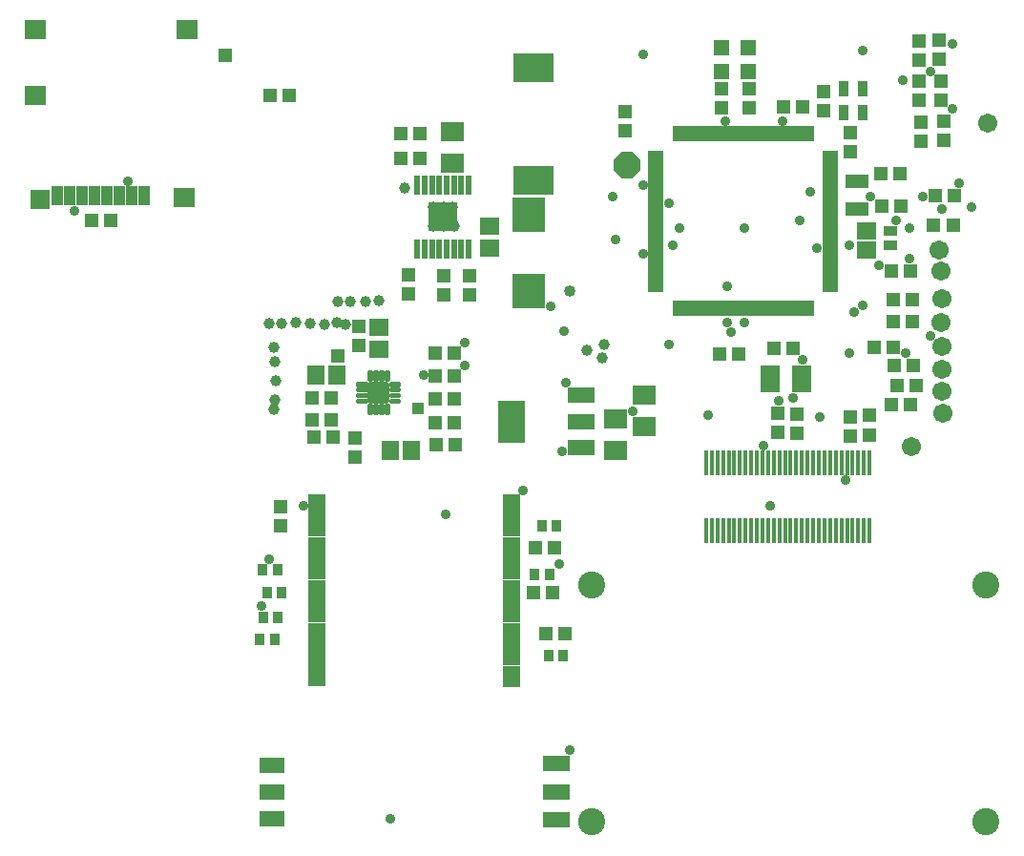
<source format=gts>
G75*
G70*
%OFA0B0*%
%FSLAX24Y24*%
%IPPOS*%
%LPD*%
%AMOC8*
5,1,8,0,0,1.08239X$1,22.5*
%
%ADD10R,0.0474X0.0513*%
%ADD11R,0.0513X0.0474*%
%ADD12C,0.0139*%
%ADD13C,0.0187*%
%ADD14R,0.0592X0.0671*%
%ADD15R,0.0671X0.0592*%
%ADD16R,0.0198X0.0671*%
%ADD17R,0.1049X0.1049*%
%ADD18R,0.0789X0.0710*%
%ADD19R,0.1419X0.1025*%
%ADD20R,0.1143X0.1241*%
%ADD21R,0.0960X0.0560*%
%ADD22R,0.0946X0.1497*%
%ADD23R,0.0710X0.0946*%
%ADD24R,0.0572X0.0552*%
%ADD25R,0.0552X0.0206*%
%ADD26R,0.0206X0.0552*%
%ADD27R,0.0480X0.0330*%
%ADD28R,0.0828X0.0513*%
%ADD29R,0.0330X0.0580*%
%ADD30OC8,0.0930*%
%ADD31C,0.0671*%
%ADD32R,0.0631X0.0730*%
%ADD33R,0.0356X0.0434*%
%ADD34R,0.0178X0.0867*%
%ADD35C,0.0946*%
%ADD36R,0.0946X0.0552*%
%ADD37R,0.0867X0.0552*%
%ADD38R,0.0749X0.0671*%
%ADD39R,0.0395X0.0671*%
%ADD40R,0.0671X0.0671*%
%ADD41C,0.0390*%
%ADD42C,0.0360*%
%ADD43R,0.0400X0.0400*%
%ADD44C,0.0400*%
%ADD45R,0.0476X0.0476*%
D10*
X022624Y010945D03*
X023293Y010945D03*
X022870Y012378D03*
X022201Y012378D03*
X022251Y013942D03*
X022921Y013942D03*
X019455Y017549D03*
X018786Y017549D03*
X018766Y018329D03*
X019435Y018329D03*
X019415Y019169D03*
X018746Y019169D03*
X018766Y019969D03*
X019435Y019969D03*
X019435Y020749D03*
X018766Y020749D03*
X015115Y019189D03*
X014446Y019189D03*
X014466Y018429D03*
X015135Y018429D03*
X015175Y017809D03*
X014506Y017809D03*
X028697Y020723D03*
X029366Y020723D03*
X030600Y020908D03*
X031269Y020908D03*
X034083Y020955D03*
X034752Y020955D03*
X034784Y020320D03*
X035453Y020320D03*
X035564Y019608D03*
X034894Y019608D03*
X034677Y018952D03*
X035346Y018952D03*
X035435Y021852D03*
X034766Y021852D03*
X034755Y022630D03*
X035424Y022630D03*
X035363Y023605D03*
X034694Y023605D03*
X036168Y025230D03*
X036838Y025230D03*
X036903Y026237D03*
X036233Y026237D03*
X035013Y025883D03*
X034343Y025883D03*
X034335Y027015D03*
X035004Y027015D03*
X031587Y029367D03*
X030917Y029367D03*
X018234Y028425D03*
X017564Y028425D03*
X017564Y027565D03*
X018234Y027565D03*
X013658Y029762D03*
X012988Y029762D03*
D11*
X007436Y025375D03*
X006767Y025375D03*
X016101Y021683D03*
X016101Y021014D03*
X017819Y022810D03*
X019059Y022770D03*
X019059Y023440D03*
X017819Y023480D03*
X019939Y023440D03*
X019939Y022770D03*
X030727Y018655D03*
X031392Y018619D03*
X030727Y017986D03*
X031392Y017950D03*
X033252Y017844D03*
X033934Y017901D03*
X033934Y018571D03*
X033252Y018513D03*
X015941Y017783D03*
X015941Y017114D03*
X013357Y015392D03*
X013357Y014722D03*
X033249Y027785D03*
X033249Y028454D03*
X032336Y029229D03*
X032336Y029899D03*
X029710Y030000D03*
X028765Y029995D03*
X028765Y029326D03*
X029710Y029331D03*
X025372Y029194D03*
X025372Y028525D03*
X035639Y029580D03*
X036434Y029579D03*
X036434Y030248D03*
X035639Y030250D03*
X035646Y030985D03*
X036353Y031016D03*
X036353Y031685D03*
X035646Y031655D03*
X035724Y028819D03*
X036537Y028858D03*
X036537Y028188D03*
X035724Y028149D03*
D12*
X017499Y019694D02*
X017223Y019694D01*
X017499Y019694D02*
X017499Y019634D01*
X017223Y019634D01*
X017223Y019694D01*
X017223Y019497D02*
X017499Y019497D01*
X017499Y019437D01*
X017223Y019437D01*
X017223Y019497D01*
X017223Y019300D02*
X017499Y019300D01*
X017499Y019240D01*
X017223Y019240D01*
X017223Y019300D01*
X017223Y019103D02*
X017499Y019103D01*
X017499Y019043D01*
X017223Y019043D01*
X017223Y019103D01*
X017106Y018926D02*
X017106Y018650D01*
X017046Y018650D01*
X017046Y018926D01*
X017106Y018926D01*
X017106Y018788D02*
X017046Y018788D01*
X017046Y018926D02*
X017106Y018926D01*
X016909Y018926D02*
X016909Y018650D01*
X016849Y018650D01*
X016849Y018926D01*
X016909Y018926D01*
X016909Y018788D02*
X016849Y018788D01*
X016849Y018926D02*
X016909Y018926D01*
X016712Y018926D02*
X016712Y018650D01*
X016652Y018650D01*
X016652Y018926D01*
X016712Y018926D01*
X016712Y018788D02*
X016652Y018788D01*
X016652Y018926D02*
X016712Y018926D01*
X016516Y018926D02*
X016516Y018650D01*
X016456Y018650D01*
X016456Y018926D01*
X016516Y018926D01*
X016516Y018788D02*
X016456Y018788D01*
X016456Y018926D02*
X016516Y018926D01*
X016338Y019043D02*
X016062Y019043D01*
X016062Y019103D01*
X016338Y019103D01*
X016338Y019043D01*
X016338Y019240D02*
X016062Y019240D01*
X016062Y019300D01*
X016338Y019300D01*
X016338Y019240D01*
X016338Y019437D02*
X016062Y019437D01*
X016062Y019497D01*
X016338Y019497D01*
X016338Y019437D01*
X016338Y019634D02*
X016062Y019634D01*
X016062Y019694D01*
X016338Y019694D01*
X016338Y019634D01*
X016456Y019811D02*
X016456Y020087D01*
X016516Y020087D01*
X016516Y019811D01*
X016456Y019811D01*
X016456Y019949D02*
X016516Y019949D01*
X016516Y020087D02*
X016456Y020087D01*
X016652Y020087D02*
X016652Y019811D01*
X016652Y020087D02*
X016712Y020087D01*
X016712Y019811D01*
X016652Y019811D01*
X016652Y019949D02*
X016712Y019949D01*
X016712Y020087D02*
X016652Y020087D01*
X016849Y020087D02*
X016849Y019811D01*
X016849Y020087D02*
X016909Y020087D01*
X016909Y019811D01*
X016849Y019811D01*
X016849Y019949D02*
X016909Y019949D01*
X016909Y020087D02*
X016849Y020087D01*
X017046Y020087D02*
X017046Y019811D01*
X017046Y020087D02*
X017106Y020087D01*
X017106Y019811D01*
X017046Y019811D01*
X017046Y019949D02*
X017106Y019949D01*
X017106Y020087D02*
X017046Y020087D01*
D13*
X017062Y019650D02*
X016500Y019650D01*
X017062Y019650D02*
X017062Y019088D01*
X016500Y019088D01*
X016500Y019650D01*
X016500Y019274D02*
X017062Y019274D01*
X017062Y019460D02*
X016500Y019460D01*
X016500Y019646D02*
X017062Y019646D01*
D14*
X015335Y019989D03*
X014587Y019989D03*
X017187Y017349D03*
X017935Y017349D03*
D15*
X016801Y020895D03*
X016801Y021643D03*
X020639Y024431D03*
X020639Y025179D03*
X033810Y025025D03*
X033810Y024356D03*
D16*
X019927Y024403D03*
X019671Y024403D03*
X019415Y024403D03*
X019159Y024403D03*
X018903Y024403D03*
X018647Y024403D03*
X018391Y024403D03*
X018135Y024403D03*
X018135Y026607D03*
X018391Y026607D03*
X018647Y026607D03*
X018903Y026607D03*
X019159Y026607D03*
X019415Y026607D03*
X019671Y026607D03*
X019927Y026607D03*
D17*
X019031Y025505D03*
D18*
X019359Y027394D03*
X019359Y028496D03*
X026069Y019278D03*
X025063Y018468D03*
X026069Y018176D03*
X025063Y017365D03*
D19*
X022179Y026776D03*
X022179Y030713D03*
D20*
X022019Y025594D03*
X022019Y022936D03*
D21*
X023859Y019272D03*
X023859Y018362D03*
X023859Y017452D03*
D22*
X021418Y018362D03*
D23*
X030438Y019847D03*
X031540Y019847D03*
D24*
X029694Y030588D03*
X028750Y030595D03*
X028750Y031422D03*
X029694Y031415D03*
D25*
X032564Y027721D03*
X032564Y027524D03*
X032564Y027327D03*
X032564Y027130D03*
X032564Y026933D03*
X032564Y026736D03*
X032564Y026539D03*
X032564Y026343D03*
X032564Y026146D03*
X032564Y025949D03*
X032564Y025752D03*
X032564Y025555D03*
X032564Y025358D03*
X032564Y025162D03*
X032564Y024965D03*
X032564Y024768D03*
X032564Y024571D03*
X032564Y024374D03*
X032564Y024177D03*
X032564Y023980D03*
X032564Y023784D03*
X032564Y023587D03*
X032564Y023390D03*
X032564Y023193D03*
X032564Y022996D03*
X026462Y022996D03*
X026462Y023193D03*
X026462Y023390D03*
X026462Y023587D03*
X026462Y023784D03*
X026462Y023980D03*
X026462Y024177D03*
X026462Y024374D03*
X026462Y024571D03*
X026462Y024768D03*
X026462Y024965D03*
X026462Y025162D03*
X026462Y025358D03*
X026462Y025555D03*
X026462Y025752D03*
X026462Y025949D03*
X026462Y026146D03*
X026462Y026343D03*
X026462Y026539D03*
X026462Y026736D03*
X026462Y026933D03*
X026462Y027130D03*
X026462Y027327D03*
X026462Y027524D03*
X026462Y027721D03*
D26*
X027151Y028410D03*
X027348Y028410D03*
X027545Y028410D03*
X027741Y028410D03*
X027938Y028410D03*
X028135Y028410D03*
X028332Y028410D03*
X028529Y028410D03*
X028726Y028410D03*
X028923Y028410D03*
X029119Y028410D03*
X029316Y028410D03*
X029513Y028410D03*
X029710Y028410D03*
X029907Y028410D03*
X030104Y028410D03*
X030301Y028410D03*
X030497Y028410D03*
X030694Y028410D03*
X030891Y028410D03*
X031088Y028410D03*
X031285Y028410D03*
X031482Y028410D03*
X031679Y028410D03*
X031875Y028410D03*
X031875Y022307D03*
X031679Y022307D03*
X031482Y022307D03*
X031285Y022307D03*
X031088Y022307D03*
X030891Y022307D03*
X030694Y022307D03*
X030497Y022307D03*
X030301Y022307D03*
X030104Y022307D03*
X029907Y022307D03*
X029710Y022307D03*
X029513Y022307D03*
X029316Y022307D03*
X029119Y022307D03*
X028923Y022307D03*
X028726Y022307D03*
X028529Y022307D03*
X028332Y022307D03*
X028135Y022307D03*
X027938Y022307D03*
X027741Y022307D03*
X027545Y022307D03*
X027348Y022307D03*
X027151Y022307D03*
D27*
X034659Y024534D03*
X034659Y025034D03*
D28*
X033504Y025770D03*
X033504Y026754D03*
D29*
X033680Y029141D03*
X033020Y029141D03*
X033020Y030001D03*
X033680Y030001D03*
D30*
X025450Y027325D03*
D31*
X036360Y024361D03*
X036420Y023610D03*
X036468Y022643D03*
X036411Y021818D03*
X036455Y020983D03*
X036461Y020195D03*
X036456Y019421D03*
X036472Y018665D03*
X035381Y017478D03*
X038044Y028774D03*
D32*
X021429Y015455D03*
X021428Y014711D03*
X021428Y013962D03*
X021429Y013214D03*
X021427Y012463D03*
X021428Y011717D03*
X021428Y010964D03*
X021428Y010215D03*
X021428Y009466D03*
X014620Y009471D03*
X014621Y010215D03*
X014621Y010964D03*
X014620Y011712D03*
X014622Y012463D03*
X014621Y013209D03*
X014621Y013962D03*
X014621Y014711D03*
X014621Y015460D03*
D33*
X013246Y013171D03*
X012734Y013171D03*
X012877Y012379D03*
X013389Y012379D03*
X013250Y011521D03*
X012738Y011521D03*
X012631Y010740D03*
X013143Y010740D03*
X022230Y013024D03*
X022742Y013024D03*
X022991Y014736D03*
X022479Y014736D03*
X022725Y010195D03*
X023237Y010195D03*
D34*
X028217Y014546D03*
X028414Y014546D03*
X028611Y014546D03*
X028808Y014546D03*
X029005Y014546D03*
X029202Y014546D03*
X029399Y014546D03*
X029595Y014546D03*
X029792Y014546D03*
X029989Y014546D03*
X030186Y014546D03*
X030383Y014546D03*
X030580Y014546D03*
X030776Y014546D03*
X030973Y014546D03*
X031170Y014546D03*
X031367Y014546D03*
X031564Y014546D03*
X031761Y014546D03*
X031958Y014546D03*
X032154Y014546D03*
X032351Y014546D03*
X032548Y014546D03*
X032745Y014546D03*
X032942Y014546D03*
X033139Y014546D03*
X033336Y014546D03*
X033532Y014546D03*
X033729Y014546D03*
X033729Y014546D03*
X033926Y014546D03*
X033926Y016908D03*
X033729Y016908D03*
X033729Y016908D03*
X033532Y016908D03*
X033336Y016908D03*
X033139Y016908D03*
X032942Y016908D03*
X032745Y016908D03*
X032548Y016908D03*
X032351Y016908D03*
X032154Y016908D03*
X031958Y016908D03*
X031761Y016908D03*
X031564Y016908D03*
X031367Y016908D03*
X031170Y016908D03*
X030973Y016908D03*
X030776Y016908D03*
X030580Y016908D03*
X030383Y016908D03*
X030186Y016908D03*
X029989Y016908D03*
X029792Y016908D03*
X029595Y016908D03*
X029399Y016908D03*
X029202Y016908D03*
X029005Y016908D03*
X028808Y016908D03*
X028611Y016908D03*
X028414Y016908D03*
X028217Y016908D03*
D35*
X024222Y012640D03*
X038001Y012640D03*
X038001Y004372D03*
X024222Y004372D03*
D36*
X022987Y004443D03*
X023003Y005408D03*
X022987Y006431D03*
D37*
X013046Y004475D03*
X013038Y005435D03*
X013038Y006365D03*
D38*
X009978Y026170D03*
X004781Y029749D03*
X004781Y032052D03*
X010096Y032052D03*
D39*
X008581Y026241D03*
X008148Y026241D03*
X007714Y026241D03*
X007281Y026241D03*
X006848Y026241D03*
X006415Y026241D03*
X005982Y026241D03*
X005549Y026241D03*
D40*
X004940Y026128D03*
D41*
X012968Y021784D03*
X013399Y021800D03*
X013895Y021824D03*
X014381Y021779D03*
X014875Y021762D03*
X015310Y021811D03*
X015634Y021739D03*
X015775Y022555D03*
X015349Y022562D03*
X016312Y022565D03*
X016786Y022581D03*
X013112Y020968D03*
X013171Y020440D03*
X013178Y019775D03*
X013171Y019124D03*
X013133Y018776D03*
X016605Y019197D03*
X016949Y019195D03*
X016958Y019547D03*
X016602Y019549D03*
X024066Y020848D03*
X024581Y020573D03*
X024671Y021039D03*
X019419Y025185D03*
X019059Y025185D03*
X019059Y025545D03*
X019059Y025845D03*
X019359Y025845D03*
X018699Y025845D03*
X018699Y025185D03*
X017679Y026505D03*
D42*
X024942Y026210D03*
X026022Y026630D03*
X026922Y025970D03*
X027282Y025130D03*
X027042Y024530D03*
X026022Y024230D03*
X025062Y024710D03*
X028962Y023090D03*
X028962Y021830D03*
X029082Y021470D03*
X029562Y021830D03*
X031602Y020510D03*
X033222Y020750D03*
X035202Y020750D03*
X036042Y021350D03*
X033702Y022430D03*
X033402Y022190D03*
X034242Y023810D03*
X035322Y024050D03*
X035322Y025130D03*
X034842Y025370D03*
X033942Y026210D03*
X035802Y026210D03*
X036462Y025790D03*
X037482Y025850D03*
X037062Y026690D03*
X036822Y029270D03*
X035082Y030290D03*
X036042Y030590D03*
X036822Y031550D03*
X033702Y031310D03*
X030882Y028850D03*
X028902Y028850D03*
X026022Y031190D03*
X031842Y026390D03*
X031482Y025370D03*
X029562Y025130D03*
X032082Y024410D03*
X033222Y024530D03*
X026922Y021050D03*
X023262Y021530D03*
X022782Y022370D03*
X019782Y021110D03*
X019782Y020330D03*
X018342Y019970D03*
X023322Y019730D03*
X025662Y018710D03*
X028302Y018590D03*
X030222Y017510D03*
X032202Y018530D03*
X031242Y019190D03*
X030762Y019070D03*
X033102Y016310D03*
X030462Y015410D03*
X023202Y017330D03*
X021822Y015950D03*
X019122Y015110D03*
X023082Y013370D03*
X014142Y015410D03*
X012942Y013550D03*
X012702Y011930D03*
X023442Y006890D03*
X017202Y004490D03*
X006162Y025730D03*
X008022Y026750D03*
D43*
X018144Y018817D03*
D44*
X023470Y022936D03*
D45*
X015371Y020648D03*
X011432Y031159D03*
M02*

</source>
